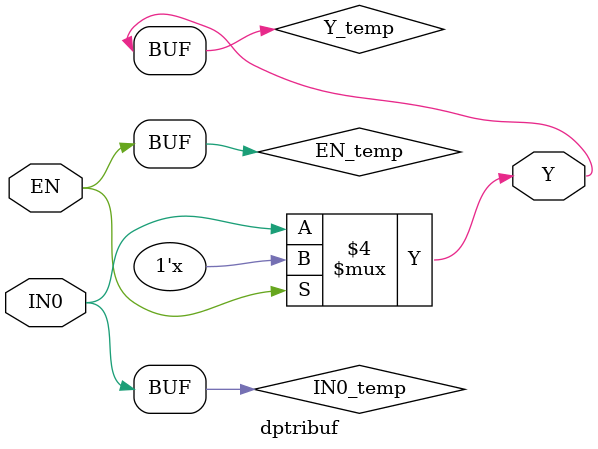
<source format=v>
module dptribuf(EN,IN0,Y);
  parameter BIT = 0;
  parameter COLINST = "0";
  parameter GROUP = "dpath1";
  parameter
        d_EN_r = 0,
        d_EN_f = 0,
        d_IN0_r = 0,
        d_IN0_f = 0,
        d_Y_r = 1,
        d_Y_f = 1;
  input  EN;
  input  IN0;
  output  Y;
  wire  EN_temp;
  wire  IN0_temp;
  reg  Y_temp;
  assign #(d_EN_r,d_EN_f) EN_temp = EN;
  assign #(d_IN0_r,d_IN0_f) IN0_temp = IN0;
  assign #(d_Y_r,d_Y_f) Y = Y_temp;
  always
    @(IN0_temp or EN_temp)
      begin
      if((EN_temp == 1'b0))
        Y_temp = IN0_temp;
      else
        Y_temp = 128'bz;
      end
endmodule

</source>
